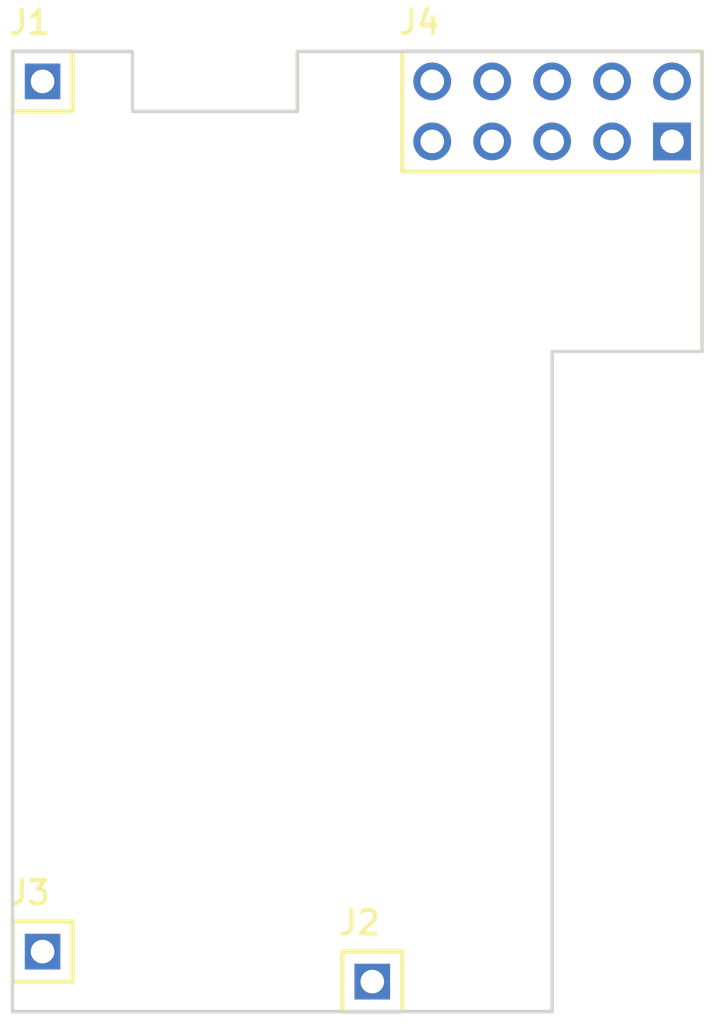
<source format=kicad_pcb>
(kicad_pcb (version 4) (host pcbnew "(2015-04-03 BZR 5570)-product")

  (general
    (links 1)
    (no_connects 1)
    (area 129.020476 96.03 167.738001 119.862)
    (thickness 1.6)
    (drawings 10)
    (tracks 0)
    (zones 0)
    (modules 4)
    (nets 13)
  )

  (page A4)
  (layers
    (0 F.Cu signal)
    (31 B.Cu signal)
    (32 B.Adhes user)
    (33 F.Adhes user)
    (34 B.Paste user)
    (35 F.Paste user)
    (36 B.SilkS user)
    (37 F.SilkS user)
    (38 B.Mask user)
    (39 F.Mask user)
    (40 Dwgs.User user)
    (41 Cmts.User user)
    (42 Eco1.User user)
    (43 Eco2.User user)
    (44 Edge.Cuts user)
    (45 Margin user)
    (46 B.CrtYd user)
    (47 F.CrtYd user)
    (48 B.Fab user)
    (49 F.Fab user)
  )

  (setup
    (last_trace_width 0.25)
    (trace_clearance 0.2)
    (zone_clearance 0.508)
    (zone_45_only no)
    (trace_min 0.2)
    (segment_width 0.2)
    (edge_width 0.15)
    (via_size 0.6)
    (via_drill 0.4)
    (via_min_size 0.4)
    (via_min_drill 0.3)
    (uvia_size 0.3)
    (uvia_drill 0.1)
    (uvias_allowed no)
    (uvia_min_size 0.2)
    (uvia_min_drill 0.1)
    (pcb_text_width 0.3)
    (pcb_text_size 1.5 1.5)
    (mod_edge_width 0.15)
    (mod_text_size 1 1)
    (mod_text_width 0.18)
    (pad_size 1.5 1.5)
    (pad_drill 0.6)
    (pad_to_mask_clearance 0)
    (aux_axis_origin 0 0)
    (visible_elements FFFFFF7F)
    (pcbplotparams
      (layerselection 0x00030_80000001)
      (usegerberextensions false)
      (excludeedgelayer true)
      (linewidth 0.100000)
      (plotframeref false)
      (viasonmask false)
      (mode 1)
      (useauxorigin false)
      (hpglpennumber 1)
      (hpglpenspeed 20)
      (hpglpendiameter 15)
      (hpglpenoverlay 2)
      (psnegative false)
      (psa4output false)
      (plotreference true)
      (plotvalue true)
      (plotinvisibletext false)
      (padsonsilk false)
      (subtractmaskfromsilk false)
      (outputformat 1)
      (mirror false)
      (drillshape 1)
      (scaleselection 1)
      (outputdirectory ""))
  )

  (net 0 "")
  (net 1 "Net-(J1-Pad1)")
  (net 2 "Net-(J2-Pad1)")
  (net 3 "Net-(J3-Pad1)")
  (net 4 "Net-(J4-Pad1)")
  (net 5 "Net-(J4-Pad2)")
  (net 6 +3V3)
  (net 7 "Net-(J4-Pad4)")
  (net 8 GND)
  (net 9 "Net-(J4-Pad7)")
  (net 10 "Net-(J4-Pad8)")
  (net 11 +9V)
  (net 12 "Net-(J4-Pad10)")

  (net_class Default "This is the default net class."
    (clearance 0.2)
    (trace_width 0.25)
    (via_dia 0.6)
    (via_drill 0.4)
    (uvia_dia 0.3)
    (uvia_drill 0.1)
    (add_net +3V3)
    (add_net +9V)
    (add_net GND)
    (add_net "Net-(J1-Pad1)")
    (add_net "Net-(J2-Pad1)")
    (add_net "Net-(J3-Pad1)")
    (add_net "Net-(J4-Pad1)")
    (add_net "Net-(J4-Pad10)")
    (add_net "Net-(J4-Pad2)")
    (add_net "Net-(J4-Pad4)")
    (add_net "Net-(J4-Pad7)")
    (add_net "Net-(J4-Pad8)")
  )

  (module Conn-Header:HDR-M-1x01 (layer F.Cu) (tedit 55027B60) (tstamp 552AA9FF)
    (at 125.095 83.82)
    (descr "Header - 100mil pitch - Male - Single Row, Vertical, 1 pos.")
    (path /552A9686)
    (fp_text reference J1 (at -1.524 -1.905) (layer F.SilkS)
      (effects (font (size 1 1) (thickness 0.18)) (justify left bottom))
    )
    (fp_text value Standoff (at 0 2.667) (layer F.SilkS) hide
      (effects (font (size 1 1) (thickness 0.18)))
    )
    (fp_line (start -1.778 -1.778) (end 1.778 -1.778) (layer F.CrtYd) (width 0.05))
    (fp_line (start 1.778 -1.778) (end 1.778 1.778) (layer F.CrtYd) (width 0.05))
    (fp_line (start 1.778 1.778) (end -1.778 1.778) (layer F.CrtYd) (width 0.05))
    (fp_line (start -1.778 1.778) (end -1.778 -1.778) (layer F.CrtYd) (width 0.05))
    (fp_line (start -1.27 -1.27) (end 1.27 -1.27) (layer F.SilkS) (width 0.18))
    (fp_line (start 1.27 -1.27) (end 1.27 1.27) (layer F.SilkS) (width 0.18))
    (fp_line (start 1.27 1.27) (end -1.27 1.27) (layer F.SilkS) (width 0.18))
    (fp_line (start -1.27 1.27) (end -1.27 -1.27) (layer F.SilkS) (width 0.18))
    (pad 1 thru_hole rect (at 0 0) (size 1.508 1.508) (drill 1) (layers *.Cu *.Mask)
      (net 1 "Net-(J1-Pad1)"))
  )

  (module Conn-Header:HDR-M-1x01 (layer F.Cu) (tedit 55027B60) (tstamp 552AAA0C)
    (at 139.065 121.92)
    (descr "Header - 100mil pitch - Male - Single Row, Vertical, 1 pos.")
    (path /552A9723)
    (fp_text reference J2 (at -1.524 -1.905) (layer F.SilkS)
      (effects (font (size 1 1) (thickness 0.18)) (justify left bottom))
    )
    (fp_text value Standoff (at 0 2.667) (layer F.SilkS) hide
      (effects (font (size 1 1) (thickness 0.18)))
    )
    (fp_line (start -1.778 -1.778) (end 1.778 -1.778) (layer F.CrtYd) (width 0.05))
    (fp_line (start 1.778 -1.778) (end 1.778 1.778) (layer F.CrtYd) (width 0.05))
    (fp_line (start 1.778 1.778) (end -1.778 1.778) (layer F.CrtYd) (width 0.05))
    (fp_line (start -1.778 1.778) (end -1.778 -1.778) (layer F.CrtYd) (width 0.05))
    (fp_line (start -1.27 -1.27) (end 1.27 -1.27) (layer F.SilkS) (width 0.18))
    (fp_line (start 1.27 -1.27) (end 1.27 1.27) (layer F.SilkS) (width 0.18))
    (fp_line (start 1.27 1.27) (end -1.27 1.27) (layer F.SilkS) (width 0.18))
    (fp_line (start -1.27 1.27) (end -1.27 -1.27) (layer F.SilkS) (width 0.18))
    (pad 1 thru_hole rect (at 0 0) (size 1.508 1.508) (drill 1) (layers *.Cu *.Mask)
      (net 2 "Net-(J2-Pad1)"))
  )

  (module Conn-Header:HDR-M-1x01 (layer F.Cu) (tedit 55027B60) (tstamp 552AAA19)
    (at 125.095 120.65)
    (descr "Header - 100mil pitch - Male - Single Row, Vertical, 1 pos.")
    (path /552A974D)
    (fp_text reference J3 (at -1.524 -1.905) (layer F.SilkS)
      (effects (font (size 1 1) (thickness 0.18)) (justify left bottom))
    )
    (fp_text value HEADER-1x01 (at 0 2.667) (layer F.SilkS) hide
      (effects (font (size 1 1) (thickness 0.18)))
    )
    (fp_line (start -1.778 -1.778) (end 1.778 -1.778) (layer F.CrtYd) (width 0.05))
    (fp_line (start 1.778 -1.778) (end 1.778 1.778) (layer F.CrtYd) (width 0.05))
    (fp_line (start 1.778 1.778) (end -1.778 1.778) (layer F.CrtYd) (width 0.05))
    (fp_line (start -1.778 1.778) (end -1.778 -1.778) (layer F.CrtYd) (width 0.05))
    (fp_line (start -1.27 -1.27) (end 1.27 -1.27) (layer F.SilkS) (width 0.18))
    (fp_line (start 1.27 -1.27) (end 1.27 1.27) (layer F.SilkS) (width 0.18))
    (fp_line (start 1.27 1.27) (end -1.27 1.27) (layer F.SilkS) (width 0.18))
    (fp_line (start -1.27 1.27) (end -1.27 -1.27) (layer F.SilkS) (width 0.18))
    (pad 1 thru_hole rect (at 0 0) (size 1.508 1.508) (drill 1) (layers *.Cu *.Mask)
      (net 3 "Net-(J3-Pad1)"))
  )

  (module Conn-Header:HDR-M-2x05 (layer F.Cu) (tedit 5502A2DF) (tstamp 552AAA2F)
    (at 146.685 85.09)
    (descr "Header - 100mil pitch - Male - Dual Row, Vertical, 10 pos.")
    (path /552A977E)
    (fp_text reference J4 (at -6.604 -3.175) (layer F.SilkS)
      (effects (font (size 1 1) (thickness 0.18)) (justify left bottom))
    )
    (fp_text value HEADER-2x05 (at 0 3.81) (layer F.SilkS) hide
      (effects (font (size 1 1) (thickness 0.18)))
    )
    (fp_line (start -6.858 -3.048) (end 6.858 -3.048) (layer F.CrtYd) (width 0.05))
    (fp_line (start 6.858 -3.048) (end 6.858 3.048) (layer F.CrtYd) (width 0.05))
    (fp_line (start 6.858 3.048) (end -6.858 3.048) (layer F.CrtYd) (width 0.05))
    (fp_line (start -6.858 3.048) (end -6.858 -3.048) (layer F.CrtYd) (width 0.05))
    (fp_line (start -6.35 2.54) (end -6.35 -2.54) (layer F.SilkS) (width 0.18))
    (fp_line (start 6.35 -2.54) (end 6.35 2.54) (layer F.SilkS) (width 0.18))
    (fp_line (start -6.35 -2.54) (end 6.35 -2.54) (layer F.SilkS) (width 0.18))
    (fp_line (start 6.35 2.54) (end -6.35 2.54) (layer F.SilkS) (width 0.18))
    (pad 1 thru_hole rect (at 5.08 1.27) (size 1.6 1.6) (drill 1) (layers *.Cu *.Mask)
      (net 4 "Net-(J4-Pad1)"))
    (pad 2 thru_hole circle (at 5.08 -1.27) (size 1.6 1.6) (drill 1) (layers *.Cu *.Mask)
      (net 5 "Net-(J4-Pad2)"))
    (pad 3 thru_hole circle (at 2.54 1.27) (size 1.6 1.6) (drill 1) (layers *.Cu *.Mask)
      (net 6 +3V3))
    (pad 4 thru_hole circle (at 2.54 -1.27) (size 1.6 1.6) (drill 1) (layers *.Cu *.Mask)
      (net 7 "Net-(J4-Pad4)"))
    (pad 5 thru_hole circle (at 0 1.27) (size 1.6 1.6) (drill 1) (layers *.Cu *.Mask)
      (net 8 GND))
    (pad 6 thru_hole circle (at 0 -1.27) (size 1.6 1.6) (drill 1) (layers *.Cu *.Mask)
      (net 8 GND))
    (pad 7 thru_hole circle (at -2.54 1.27) (size 1.6 1.6) (drill 1) (layers *.Cu *.Mask)
      (net 9 "Net-(J4-Pad7)"))
    (pad 8 thru_hole circle (at -2.54 -1.27) (size 1.6 1.6) (drill 1) (layers *.Cu *.Mask)
      (net 10 "Net-(J4-Pad8)"))
    (pad 9 thru_hole circle (at -5.08 1.27) (size 1.6 1.6) (drill 1) (layers *.Cu *.Mask)
      (net 11 +9V))
    (pad 10 thru_hole circle (at -5.08 -1.27) (size 1.6 1.6) (drill 1) (layers *.Cu *.Mask)
      (net 12 "Net-(J4-Pad10)"))
  )

  (gr_line (start 135.89 82.55) (end 153.035 82.55) (angle 90) (layer Edge.Cuts) (width 0.15))
  (gr_line (start 135.89 85.09) (end 135.89 82.55) (angle 90) (layer Edge.Cuts) (width 0.15))
  (gr_line (start 128.905 85.09) (end 135.89 85.09) (angle 90) (layer Edge.Cuts) (width 0.15))
  (gr_line (start 128.905 82.55) (end 128.905 85.09) (angle 90) (layer Edge.Cuts) (width 0.15))
  (gr_line (start 123.825 82.55) (end 128.905 82.55) (angle 90) (layer Edge.Cuts) (width 0.15))
  (gr_line (start 153.035 95.25) (end 153.035 82.55) (angle 90) (layer Edge.Cuts) (width 0.15))
  (gr_line (start 146.685 95.25) (end 153.035 95.25) (angle 90) (layer Edge.Cuts) (width 0.15))
  (gr_line (start 146.685 123.19) (end 146.685 95.25) (angle 90) (layer Edge.Cuts) (width 0.15))
  (gr_line (start 123.825 123.19) (end 146.685 123.19) (angle 90) (layer Edge.Cuts) (width 0.15))
  (gr_line (start 123.825 123.19) (end 123.825 82.55) (angle 90) (layer Edge.Cuts) (width 0.15))

)

</source>
